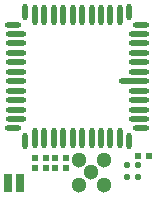
<source format=gbs>
%FSLAX25Y25*%
%MOIN*%
G70*
G01*
G75*
G04 Layer_Color=16711935*
%ADD10R,0.02756X0.05118*%
%ADD11R,0.09370X0.06496*%
%ADD12R,0.00984X0.02756*%
%ADD13R,0.01929X0.01181*%
%ADD14R,0.02047X0.01181*%
%ADD15R,0.06299X0.03543*%
%ADD16R,0.01102X0.01969*%
%ADD17R,0.12205X0.12205*%
%ADD18R,0.00984X0.02362*%
%ADD19R,0.02362X0.00984*%
%ADD20R,0.01969X0.01969*%
%ADD21R,0.01969X0.01969*%
%ADD22R,0.10709X0.05079*%
%ADD23R,0.05787X0.04449*%
%ADD24R,0.03000X0.03000*%
%ADD25R,0.04449X0.05787*%
%ADD26R,0.03000X0.03000*%
%ADD27R,0.04331X0.03543*%
%ADD28C,0.00600*%
%ADD29C,0.01000*%
%ADD30C,0.01200*%
%ADD31C,0.00800*%
%ADD32C,0.00500*%
%ADD33C,0.02000*%
%ADD34C,0.05118*%
%ADD35C,0.01969*%
%ADD36C,0.01400*%
%ADD37O,0.01575X0.05299*%
%ADD38O,0.01575X0.06874*%
%ADD39O,0.05299X0.01575*%
%ADD40O,0.06874X0.01575*%
%ADD41O,0.10024X0.01575*%
%ADD42R,0.02953X0.05906*%
%ADD43C,0.00984*%
%ADD44C,0.00394*%
%ADD45C,0.00787*%
%ADD46R,0.00984X0.01969*%
%ADD47R,0.05118X0.02756*%
%ADD48R,0.05512X0.05512*%
%ADD49R,0.05512X0.05906*%
%ADD50R,0.02756X0.00000*%
%ADD51R,0.02956X0.05318*%
%ADD52R,0.10173X0.07299*%
%ADD53R,0.01787X0.03559*%
%ADD54R,0.02323X0.01575*%
%ADD55R,0.02441X0.01575*%
%ADD56R,0.06850X0.04095*%
%ADD57R,0.01654X0.02520*%
%ADD58R,0.12405X0.12405*%
%ADD59R,0.02169X0.02169*%
%ADD60R,0.02169X0.02169*%
%ADD61R,0.10909X0.05279*%
%ADD62R,0.05987X0.04649*%
%ADD63R,0.03200X0.03200*%
%ADD64R,0.04649X0.05987*%
%ADD65R,0.03200X0.03200*%
%ADD66R,0.04531X0.03743*%
%ADD67C,0.02169*%
%ADD68O,0.01775X0.05499*%
%ADD69O,0.01775X0.07074*%
%ADD70O,0.05499X0.01775*%
%ADD71O,0.07074X0.01775*%
%ADD72O,0.10224X0.01775*%
D34*
X30200Y7600D02*
D03*
X26066Y11734D02*
D03*
X34334D02*
D03*
Y3466D02*
D03*
X26066D02*
D03*
D42*
X2431Y3900D02*
D03*
X6368D02*
D03*
D60*
X45728Y13000D02*
D03*
X49272D02*
D03*
X11428Y12200D02*
D03*
X14972D02*
D03*
X18128D02*
D03*
X21672D02*
D03*
X21672Y9000D02*
D03*
X18128D02*
D03*
X14972D02*
D03*
X11428D02*
D03*
D67*
X41932Y5931D02*
D03*
Y9868D02*
D03*
X45869Y5931D02*
D03*
Y9868D02*
D03*
D68*
X42823Y18150D02*
D03*
X8177D02*
D03*
Y60850D02*
D03*
X42823D02*
D03*
D69*
X39673Y18937D02*
D03*
X36524D02*
D03*
X33374D02*
D03*
X30224D02*
D03*
X27075D02*
D03*
X23925D02*
D03*
X20776D02*
D03*
X17626D02*
D03*
X14476D02*
D03*
X11327D02*
D03*
Y60063D02*
D03*
X14476D02*
D03*
X17626D02*
D03*
X20776D02*
D03*
X23925D02*
D03*
X27075D02*
D03*
X30224D02*
D03*
X33374D02*
D03*
X36524D02*
D03*
X39673D02*
D03*
D70*
X4150Y22177D02*
D03*
Y56823D02*
D03*
X46850D02*
D03*
Y22177D02*
D03*
D71*
X4937Y25327D02*
D03*
Y28476D02*
D03*
Y31626D02*
D03*
Y34776D02*
D03*
Y37925D02*
D03*
Y41075D02*
D03*
Y44224D02*
D03*
Y47374D02*
D03*
Y50524D02*
D03*
Y53673D02*
D03*
X46063D02*
D03*
Y50524D02*
D03*
Y47374D02*
D03*
Y44224D02*
D03*
Y41075D02*
D03*
Y34776D02*
D03*
Y31626D02*
D03*
Y28476D02*
D03*
Y25327D02*
D03*
D72*
X44488Y37925D02*
D03*
M02*

</source>
